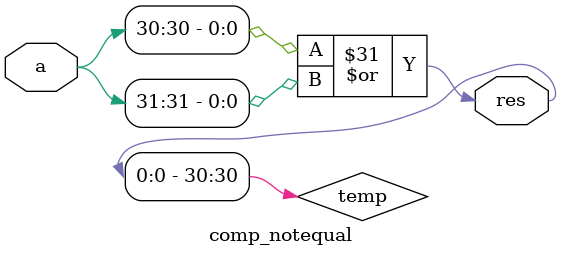
<source format=v>
module comp_notequal(input[31:0] a, output res);
    wire[30:0] temp;
    genvar i;
    for(i=0;i<31;i=i+1) begin
        or(temp[i],a[i],a[i+1]);
    end
    assign res=temp[30];
endmodule
</source>
